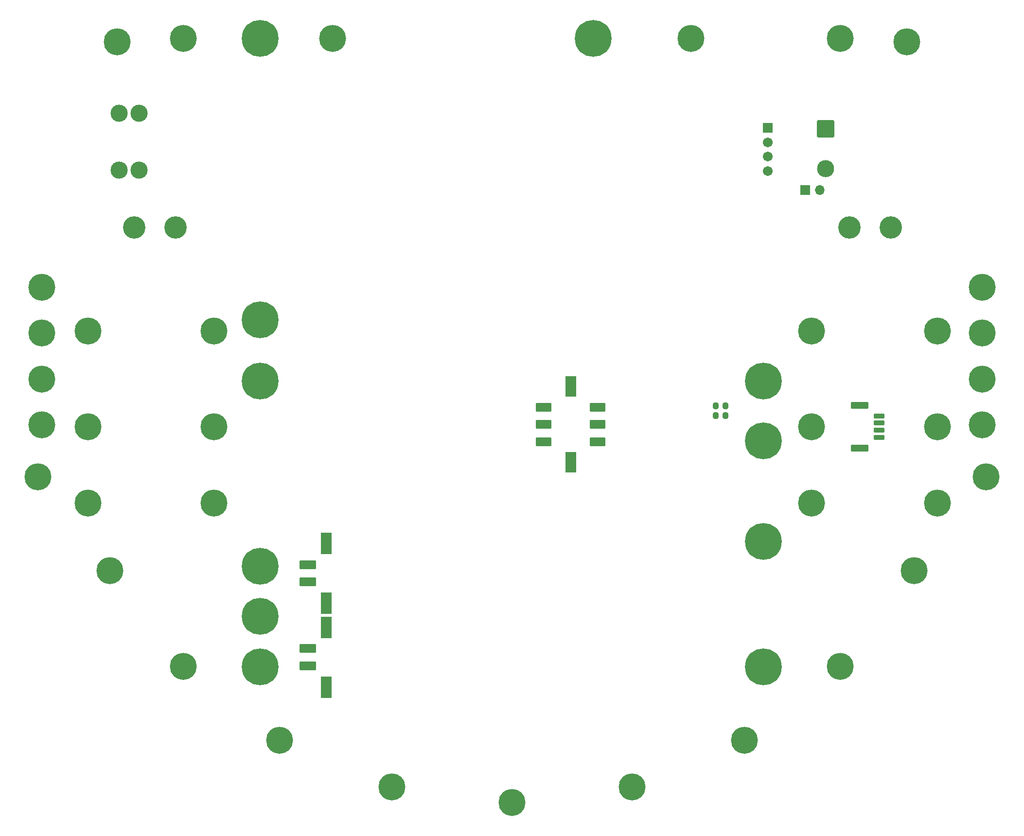
<source format=gbs>
G04 #@! TF.GenerationSoftware,KiCad,Pcbnew,7.0.6*
G04 #@! TF.CreationDate,2023-12-29T00:51:47-08:00*
G04 #@! TF.ProjectId,midplate,6d696470-6c61-4746-952e-6b696361645f,rev?*
G04 #@! TF.SameCoordinates,Original*
G04 #@! TF.FileFunction,Soldermask,Bot*
G04 #@! TF.FilePolarity,Negative*
%FSLAX46Y46*%
G04 Gerber Fmt 4.6, Leading zero omitted, Abs format (unit mm)*
G04 Created by KiCad (PCBNEW 7.0.6) date 2023-12-29 00:51:47*
%MOMM*%
%LPD*%
G01*
G04 APERTURE LIST*
G04 Aperture macros list*
%AMRoundRect*
0 Rectangle with rounded corners*
0 $1 Rounding radius*
0 $2 $3 $4 $5 $6 $7 $8 $9 X,Y pos of 4 corners*
0 Add a 4 corners polygon primitive as box body*
4,1,4,$2,$3,$4,$5,$6,$7,$8,$9,$2,$3,0*
0 Add four circle primitives for the rounded corners*
1,1,$1+$1,$2,$3*
1,1,$1+$1,$4,$5*
1,1,$1+$1,$6,$7*
1,1,$1+$1,$8,$9*
0 Add four rect primitives between the rounded corners*
20,1,$1+$1,$2,$3,$4,$5,0*
20,1,$1+$1,$4,$5,$6,$7,0*
20,1,$1+$1,$6,$7,$8,$9,0*
20,1,$1+$1,$8,$9,$2,$3,0*%
G04 Aperture macros list end*
%ADD10C,3.903200*%
%ADD11C,6.403200*%
%ADD12C,4.700000*%
%ADD13R,1.700000X1.700000*%
%ADD14O,1.700000X1.700000*%
%ADD15RoundRect,0.102000X1.387500X-1.387500X1.387500X1.387500X-1.387500X1.387500X-1.387500X-1.387500X0*%
%ADD16C,2.979000*%
%ADD17C,2.983200*%
%ADD18RoundRect,0.102000X-0.754000X0.754000X-0.754000X-0.754000X0.754000X-0.754000X0.754000X0.754000X0*%
%ADD19C,1.712000*%
%ADD20RoundRect,0.301600X-0.200000X-0.275000X0.200000X-0.275000X0.200000X0.275000X-0.200000X0.275000X0*%
%ADD21RoundRect,0.101600X1.308100X-0.673100X1.308100X0.673100X-1.308100X0.673100X-1.308100X-0.673100X0*%
%ADD22RoundRect,0.101600X0.863600X-1.752600X0.863600X1.752600X-0.863600X1.752600X-0.863600X-1.752600X0*%
%ADD23RoundRect,0.301600X0.200000X0.275000X-0.200000X0.275000X-0.200000X-0.275000X0.200000X-0.275000X0*%
%ADD24RoundRect,0.102000X-0.850000X-0.300000X0.850000X-0.300000X0.850000X0.300000X-0.850000X0.300000X0*%
%ADD25RoundRect,0.102000X1.400000X0.500000X-1.400000X0.500000X-1.400000X-0.500000X1.400000X-0.500000X0*%
%ADD26RoundRect,0.101600X-1.270000X0.635000X-1.270000X-0.635000X1.270000X-0.635000X1.270000X0.635000X0*%
%ADD27RoundRect,0.101600X-0.825500X1.714500X-0.825500X-1.714500X0.825500X-1.714500X0.825500X1.714500X0*%
G04 APERTURE END LIST*
D10*
X86796621Y-49459321D03*
X79596621Y-49459321D03*
D11*
X101600000Y-108484000D03*
D12*
X176611096Y-16532860D03*
X215465590Y-109216005D03*
X63532842Y-59880142D03*
X202611067Y-125968345D03*
D11*
X159600900Y-16532860D03*
D12*
X93526349Y-97476702D03*
X93526349Y-67516719D03*
X197574411Y-97476702D03*
X62863132Y-92880142D03*
X227297158Y-75880142D03*
X227966868Y-92880142D03*
X214157936Y-17096280D03*
X166350214Y-146903559D03*
D11*
X101600000Y-16532860D03*
D12*
X202611096Y-16532860D03*
X197574411Y-84161566D03*
X63532842Y-83880142D03*
X227297158Y-67880142D03*
X227297158Y-59880142D03*
D11*
X189230000Y-125984000D03*
D10*
X211408697Y-49459321D03*
X204208697Y-49459321D03*
D12*
X145415000Y-149659732D03*
D13*
X196469000Y-42926000D03*
D14*
X199009000Y-42926000D03*
D15*
X200039500Y-32258000D03*
D16*
X200039500Y-39258000D03*
D11*
X101600000Y-65537080D03*
D12*
X219473333Y-84161566D03*
D11*
X101600000Y-125984000D03*
X101600000Y-117234000D03*
D12*
X76672065Y-17096280D03*
X63532842Y-75880142D03*
X104971273Y-138822868D03*
D17*
X77040000Y-39504000D03*
X80440000Y-39504000D03*
X77040000Y-29584000D03*
X80440000Y-29584000D03*
D12*
X93526349Y-84161566D03*
X88218905Y-16532860D03*
D11*
X189230000Y-86614000D03*
D12*
X71576849Y-67516719D03*
D11*
X189230000Y-76200000D03*
D12*
X71576849Y-97476702D03*
X219473333Y-97476702D03*
X227297158Y-83880142D03*
X75364410Y-109216005D03*
X185858727Y-138822868D03*
X124479786Y-146903559D03*
X114218905Y-16532860D03*
X197574411Y-67516719D03*
X71576849Y-84161566D03*
X219473333Y-67516719D03*
D18*
X189975000Y-32147500D03*
D19*
X189975000Y-34647500D03*
X189975000Y-37147500D03*
X189975000Y-39647500D03*
D12*
X88218933Y-125968345D03*
D11*
X189230000Y-104184000D03*
D12*
X63532842Y-67880142D03*
D11*
X101600000Y-76200000D03*
D20*
X180901000Y-80580700D03*
X182551000Y-80580700D03*
D21*
X109893100Y-125833000D03*
X109893100Y-122833001D03*
D22*
X113093500Y-129540000D03*
X113093500Y-119126000D03*
D23*
X182551000Y-82231700D03*
X180901000Y-82231700D03*
D24*
X209350000Y-82286566D03*
X209350000Y-83536566D03*
X209350000Y-84786566D03*
X209350000Y-86036566D03*
D25*
X206000000Y-87886566D03*
X206000000Y-80436566D03*
D21*
X109893100Y-111228000D03*
X109893100Y-108228001D03*
D22*
X113093500Y-114935000D03*
X113093500Y-104521000D03*
D26*
X160334651Y-86772500D03*
X160334651Y-83772501D03*
X160334651Y-80772502D03*
X150934650Y-86772500D03*
X150934650Y-83772501D03*
X150934650Y-80772502D03*
D27*
X155634650Y-77137501D03*
X155634650Y-90407501D03*
M02*

</source>
